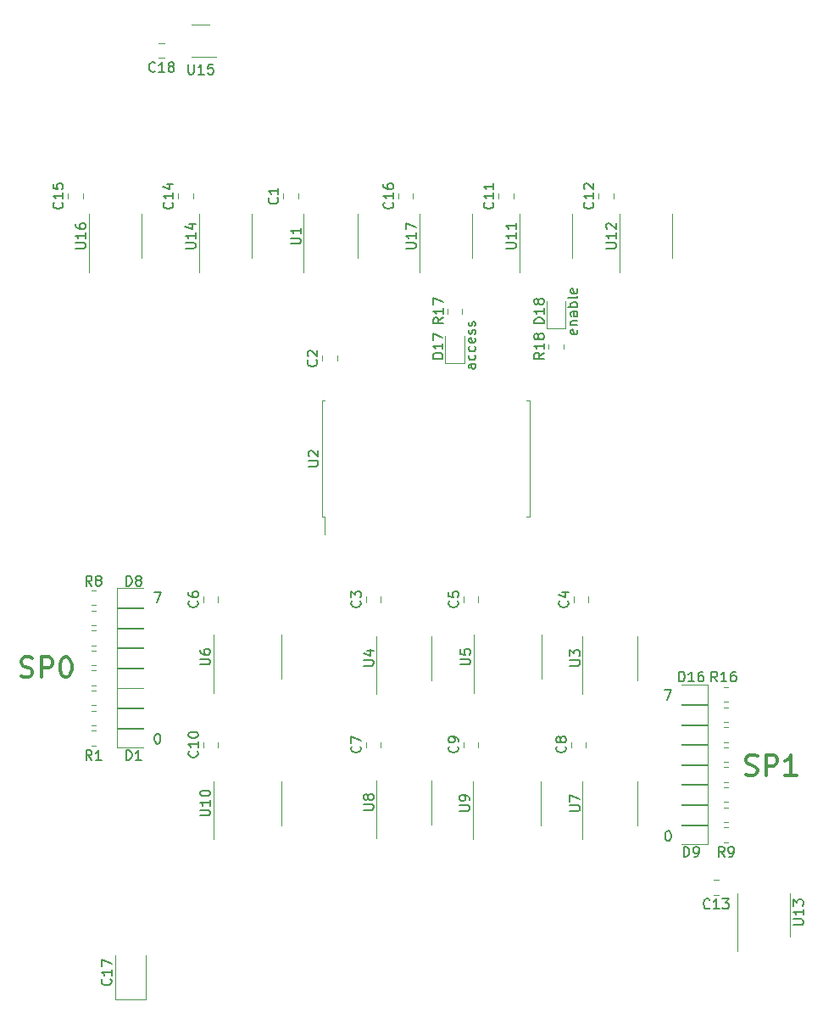
<source format=gbr>
%TF.GenerationSoftware,KiCad,Pcbnew,(5.1.10-1-10_14)*%
%TF.CreationDate,2021-12-06T08:26:31+01:00*%
%TF.ProjectId,stack,73746163-6b2e-46b6-9963-61645f706362,1*%
%TF.SameCoordinates,Original*%
%TF.FileFunction,Legend,Top*%
%TF.FilePolarity,Positive*%
%FSLAX46Y46*%
G04 Gerber Fmt 4.6, Leading zero omitted, Abs format (unit mm)*
G04 Created by KiCad (PCBNEW (5.1.10-1-10_14)) date 2021-12-06 08:26:31*
%MOMM*%
%LPD*%
G01*
G04 APERTURE LIST*
%ADD10C,0.150000*%
%ADD11C,0.300000*%
%ADD12C,0.120000*%
G04 APERTURE END LIST*
D10*
X115104761Y-81857142D02*
X115152380Y-81952380D01*
X115152380Y-82142857D01*
X115104761Y-82238095D01*
X115009523Y-82285714D01*
X114628571Y-82285714D01*
X114533333Y-82238095D01*
X114485714Y-82142857D01*
X114485714Y-81952380D01*
X114533333Y-81857142D01*
X114628571Y-81809523D01*
X114723809Y-81809523D01*
X114819047Y-82285714D01*
X114485714Y-81380952D02*
X115152380Y-81380952D01*
X114580952Y-81380952D02*
X114533333Y-81333333D01*
X114485714Y-81238095D01*
X114485714Y-81095238D01*
X114533333Y-81000000D01*
X114628571Y-80952380D01*
X115152380Y-80952380D01*
X115152380Y-80047619D02*
X114628571Y-80047619D01*
X114533333Y-80095238D01*
X114485714Y-80190476D01*
X114485714Y-80380952D01*
X114533333Y-80476190D01*
X115104761Y-80047619D02*
X115152380Y-80142857D01*
X115152380Y-80380952D01*
X115104761Y-80476190D01*
X115009523Y-80523809D01*
X114914285Y-80523809D01*
X114819047Y-80476190D01*
X114771428Y-80380952D01*
X114771428Y-80142857D01*
X114723809Y-80047619D01*
X115152380Y-79571428D02*
X114152380Y-79571428D01*
X114533333Y-79571428D02*
X114485714Y-79476190D01*
X114485714Y-79285714D01*
X114533333Y-79190476D01*
X114580952Y-79142857D01*
X114676190Y-79095238D01*
X114961904Y-79095238D01*
X115057142Y-79142857D01*
X115104761Y-79190476D01*
X115152380Y-79285714D01*
X115152380Y-79476190D01*
X115104761Y-79571428D01*
X115152380Y-78523809D02*
X115104761Y-78619047D01*
X115009523Y-78666666D01*
X114152380Y-78666666D01*
X115104761Y-77761904D02*
X115152380Y-77857142D01*
X115152380Y-78047619D01*
X115104761Y-78142857D01*
X115009523Y-78190476D01*
X114628571Y-78190476D01*
X114533333Y-78142857D01*
X114485714Y-78047619D01*
X114485714Y-77857142D01*
X114533333Y-77761904D01*
X114628571Y-77714285D01*
X114723809Y-77714285D01*
X114819047Y-78190476D01*
X104952380Y-85280952D02*
X104428571Y-85280952D01*
X104333333Y-85328571D01*
X104285714Y-85423809D01*
X104285714Y-85614285D01*
X104333333Y-85709523D01*
X104904761Y-85280952D02*
X104952380Y-85376190D01*
X104952380Y-85614285D01*
X104904761Y-85709523D01*
X104809523Y-85757142D01*
X104714285Y-85757142D01*
X104619047Y-85709523D01*
X104571428Y-85614285D01*
X104571428Y-85376190D01*
X104523809Y-85280952D01*
X104904761Y-84376190D02*
X104952380Y-84471428D01*
X104952380Y-84661904D01*
X104904761Y-84757142D01*
X104857142Y-84804761D01*
X104761904Y-84852380D01*
X104476190Y-84852380D01*
X104380952Y-84804761D01*
X104333333Y-84757142D01*
X104285714Y-84661904D01*
X104285714Y-84471428D01*
X104333333Y-84376190D01*
X104904761Y-83519047D02*
X104952380Y-83614285D01*
X104952380Y-83804761D01*
X104904761Y-83900000D01*
X104857142Y-83947619D01*
X104761904Y-83995238D01*
X104476190Y-83995238D01*
X104380952Y-83947619D01*
X104333333Y-83900000D01*
X104285714Y-83804761D01*
X104285714Y-83614285D01*
X104333333Y-83519047D01*
X104904761Y-82709523D02*
X104952380Y-82804761D01*
X104952380Y-82995238D01*
X104904761Y-83090476D01*
X104809523Y-83138095D01*
X104428571Y-83138095D01*
X104333333Y-83090476D01*
X104285714Y-82995238D01*
X104285714Y-82804761D01*
X104333333Y-82709523D01*
X104428571Y-82661904D01*
X104523809Y-82661904D01*
X104619047Y-83138095D01*
X104904761Y-82280952D02*
X104952380Y-82185714D01*
X104952380Y-81995238D01*
X104904761Y-81900000D01*
X104809523Y-81852380D01*
X104761904Y-81852380D01*
X104666666Y-81900000D01*
X104619047Y-81995238D01*
X104619047Y-82138095D01*
X104571428Y-82233333D01*
X104476190Y-82280952D01*
X104428571Y-82280952D01*
X104333333Y-82233333D01*
X104285714Y-82138095D01*
X104285714Y-81995238D01*
X104333333Y-81900000D01*
X104904761Y-81471428D02*
X104952380Y-81376190D01*
X104952380Y-81185714D01*
X104904761Y-81090476D01*
X104809523Y-81042857D01*
X104761904Y-81042857D01*
X104666666Y-81090476D01*
X104619047Y-81185714D01*
X104619047Y-81328571D01*
X104571428Y-81423809D01*
X104476190Y-81471428D01*
X104428571Y-81471428D01*
X104333333Y-81423809D01*
X104285714Y-81328571D01*
X104285714Y-81185714D01*
X104333333Y-81090476D01*
X124152380Y-131852380D02*
X124247619Y-131852380D01*
X124342857Y-131900000D01*
X124390476Y-131947619D01*
X124438095Y-132042857D01*
X124485714Y-132233333D01*
X124485714Y-132471428D01*
X124438095Y-132661904D01*
X124390476Y-132757142D01*
X124342857Y-132804761D01*
X124247619Y-132852380D01*
X124152380Y-132852380D01*
X124057142Y-132804761D01*
X124009523Y-132757142D01*
X123961904Y-132661904D01*
X123914285Y-132471428D01*
X123914285Y-132233333D01*
X123961904Y-132042857D01*
X124009523Y-131947619D01*
X124057142Y-131900000D01*
X124152380Y-131852380D01*
X123866666Y-117752380D02*
X124533333Y-117752380D01*
X124104761Y-118752380D01*
X73152380Y-122152380D02*
X73247619Y-122152380D01*
X73342857Y-122200000D01*
X73390476Y-122247619D01*
X73438095Y-122342857D01*
X73485714Y-122533333D01*
X73485714Y-122771428D01*
X73438095Y-122961904D01*
X73390476Y-123057142D01*
X73342857Y-123104761D01*
X73247619Y-123152380D01*
X73152380Y-123152380D01*
X73057142Y-123104761D01*
X73009523Y-123057142D01*
X72961904Y-122961904D01*
X72914285Y-122771428D01*
X72914285Y-122533333D01*
X72961904Y-122342857D01*
X73009523Y-122247619D01*
X73057142Y-122200000D01*
X73152380Y-122152380D01*
X72866666Y-108052380D02*
X73533333Y-108052380D01*
X73104761Y-109052380D01*
D11*
X59576190Y-116409523D02*
X59861904Y-116504761D01*
X60338095Y-116504761D01*
X60528571Y-116409523D01*
X60623809Y-116314285D01*
X60719047Y-116123809D01*
X60719047Y-115933333D01*
X60623809Y-115742857D01*
X60528571Y-115647619D01*
X60338095Y-115552380D01*
X59957142Y-115457142D01*
X59766666Y-115361904D01*
X59671428Y-115266666D01*
X59576190Y-115076190D01*
X59576190Y-114885714D01*
X59671428Y-114695238D01*
X59766666Y-114600000D01*
X59957142Y-114504761D01*
X60433333Y-114504761D01*
X60719047Y-114600000D01*
X61576190Y-116504761D02*
X61576190Y-114504761D01*
X62338095Y-114504761D01*
X62528571Y-114600000D01*
X62623809Y-114695238D01*
X62719047Y-114885714D01*
X62719047Y-115171428D01*
X62623809Y-115361904D01*
X62528571Y-115457142D01*
X62338095Y-115552380D01*
X61576190Y-115552380D01*
X63957142Y-114504761D02*
X64147619Y-114504761D01*
X64338095Y-114600000D01*
X64433333Y-114695238D01*
X64528571Y-114885714D01*
X64623809Y-115266666D01*
X64623809Y-115742857D01*
X64528571Y-116123809D01*
X64433333Y-116314285D01*
X64338095Y-116409523D01*
X64147619Y-116504761D01*
X63957142Y-116504761D01*
X63766666Y-116409523D01*
X63671428Y-116314285D01*
X63576190Y-116123809D01*
X63480952Y-115742857D01*
X63480952Y-115266666D01*
X63576190Y-114885714D01*
X63671428Y-114695238D01*
X63766666Y-114600000D01*
X63957142Y-114504761D01*
X131976190Y-126209523D02*
X132261904Y-126304761D01*
X132738095Y-126304761D01*
X132928571Y-126209523D01*
X133023809Y-126114285D01*
X133119047Y-125923809D01*
X133119047Y-125733333D01*
X133023809Y-125542857D01*
X132928571Y-125447619D01*
X132738095Y-125352380D01*
X132357142Y-125257142D01*
X132166666Y-125161904D01*
X132071428Y-125066666D01*
X131976190Y-124876190D01*
X131976190Y-124685714D01*
X132071428Y-124495238D01*
X132166666Y-124400000D01*
X132357142Y-124304761D01*
X132833333Y-124304761D01*
X133119047Y-124400000D01*
X133976190Y-126304761D02*
X133976190Y-124304761D01*
X134738095Y-124304761D01*
X134928571Y-124400000D01*
X135023809Y-124495238D01*
X135119047Y-124685714D01*
X135119047Y-124971428D01*
X135023809Y-125161904D01*
X134928571Y-125257142D01*
X134738095Y-125352380D01*
X133976190Y-125352380D01*
X137023809Y-126304761D02*
X135880952Y-126304761D01*
X136452380Y-126304761D02*
X136452380Y-124304761D01*
X136261904Y-124590476D01*
X136071428Y-124780952D01*
X135880952Y-124876190D01*
D12*
%TO.C,U2*%
X89915000Y-100462500D02*
X89915000Y-102275000D01*
X89642500Y-100462500D02*
X89915000Y-100462500D01*
X89642500Y-94700000D02*
X89642500Y-100462500D01*
X89642500Y-88937500D02*
X89915000Y-88937500D01*
X89642500Y-94700000D02*
X89642500Y-88937500D01*
X110357500Y-100462500D02*
X110085000Y-100462500D01*
X110357500Y-94700000D02*
X110357500Y-100462500D01*
X110357500Y-88937500D02*
X110085000Y-88937500D01*
X110357500Y-94700000D02*
X110357500Y-88937500D01*
%TO.C,U9*%
X104715000Y-129100000D02*
X104715000Y-132700000D01*
X104715000Y-129100000D02*
X104715000Y-126900000D01*
X111485000Y-129100000D02*
X111485000Y-131300000D01*
X111485000Y-129100000D02*
X111485000Y-126900000D01*
%TO.C,C18*%
X73861252Y-54735000D02*
X73338748Y-54735000D01*
X73861252Y-53265000D02*
X73338748Y-53265000D01*
%TO.C,U17*%
X99390000Y-72500000D02*
X99390000Y-76100000D01*
X99390000Y-72500000D02*
X99390000Y-70300000D01*
X104610000Y-72500000D02*
X104610000Y-74700000D01*
X104610000Y-72500000D02*
X104610000Y-70300000D01*
%TO.C,U16*%
X66390000Y-72500000D02*
X66390000Y-76100000D01*
X66390000Y-72500000D02*
X66390000Y-70300000D01*
X71610000Y-72500000D02*
X71610000Y-74700000D01*
X71610000Y-72500000D02*
X71610000Y-70300000D01*
%TO.C,U15*%
X76600000Y-54610000D02*
X79050000Y-54610000D01*
X78400000Y-51390000D02*
X76600000Y-51390000D01*
%TO.C,U14*%
X77390000Y-72500000D02*
X77390000Y-76100000D01*
X77390000Y-72500000D02*
X77390000Y-70300000D01*
X82610000Y-72500000D02*
X82610000Y-74700000D01*
X82610000Y-72500000D02*
X82610000Y-70300000D01*
%TO.C,U13*%
X131140000Y-140250000D02*
X131140000Y-143850000D01*
X131140000Y-140250000D02*
X131140000Y-138050000D01*
X136360000Y-140250000D02*
X136360000Y-142450000D01*
X136360000Y-140250000D02*
X136360000Y-138050000D01*
%TO.C,U12*%
X119390000Y-72500000D02*
X119390000Y-76100000D01*
X119390000Y-72500000D02*
X119390000Y-70300000D01*
X124610000Y-72500000D02*
X124610000Y-74700000D01*
X124610000Y-72500000D02*
X124610000Y-70300000D01*
%TO.C,U11*%
X109390000Y-72500000D02*
X109390000Y-76100000D01*
X109390000Y-72500000D02*
X109390000Y-70300000D01*
X114610000Y-72500000D02*
X114610000Y-74700000D01*
X114610000Y-72500000D02*
X114610000Y-70300000D01*
%TO.C,U10*%
X78815000Y-129100000D02*
X78815000Y-132700000D01*
X78815000Y-129100000D02*
X78815000Y-126900000D01*
X85585000Y-129100000D02*
X85585000Y-131300000D01*
X85585000Y-129100000D02*
X85585000Y-126900000D01*
%TO.C,U8*%
X95065000Y-129000000D02*
X95065000Y-132600000D01*
X95065000Y-129000000D02*
X95065000Y-126800000D01*
X100535000Y-129000000D02*
X100535000Y-131200000D01*
X100535000Y-129000000D02*
X100535000Y-126800000D01*
%TO.C,U7*%
X115665000Y-129100000D02*
X115665000Y-132700000D01*
X115665000Y-129100000D02*
X115665000Y-126900000D01*
X121135000Y-129100000D02*
X121135000Y-131300000D01*
X121135000Y-129100000D02*
X121135000Y-126900000D01*
%TO.C,U6*%
X78815000Y-114500000D02*
X78815000Y-118100000D01*
X78815000Y-114500000D02*
X78815000Y-112300000D01*
X85585000Y-114500000D02*
X85585000Y-116700000D01*
X85585000Y-114500000D02*
X85585000Y-112300000D01*
%TO.C,U5*%
X104815000Y-114500000D02*
X104815000Y-118100000D01*
X104815000Y-114500000D02*
X104815000Y-112300000D01*
X111585000Y-114500000D02*
X111585000Y-116700000D01*
X111585000Y-114500000D02*
X111585000Y-112300000D01*
%TO.C,U4*%
X95065000Y-114600000D02*
X95065000Y-118200000D01*
X95065000Y-114600000D02*
X95065000Y-112400000D01*
X100535000Y-114600000D02*
X100535000Y-116800000D01*
X100535000Y-114600000D02*
X100535000Y-112400000D01*
%TO.C,U3*%
X115665000Y-114600000D02*
X115665000Y-118200000D01*
X115665000Y-114600000D02*
X115665000Y-112400000D01*
X121135000Y-114600000D02*
X121135000Y-116800000D01*
X121135000Y-114600000D02*
X121135000Y-112400000D01*
%TO.C,U1*%
X87765000Y-72500000D02*
X87765000Y-76100000D01*
X87765000Y-72500000D02*
X87765000Y-70300000D01*
X93235000Y-72500000D02*
X93235000Y-74700000D01*
X93235000Y-72500000D02*
X93235000Y-70300000D01*
%TO.C,R18*%
X113735000Y-83727064D02*
X113735000Y-83272936D01*
X112265000Y-83727064D02*
X112265000Y-83272936D01*
%TO.C,R17*%
X102165000Y-79772936D02*
X102165000Y-80227064D01*
X103635000Y-79772936D02*
X103635000Y-80227064D01*
%TO.C,R16*%
X130227064Y-117515000D02*
X129772936Y-117515000D01*
X130227064Y-118985000D02*
X129772936Y-118985000D01*
%TO.C,R15*%
X130227064Y-119515000D02*
X129772936Y-119515000D01*
X130227064Y-120985000D02*
X129772936Y-120985000D01*
%TO.C,R14*%
X130227064Y-121515000D02*
X129772936Y-121515000D01*
X130227064Y-122985000D02*
X129772936Y-122985000D01*
%TO.C,R13*%
X130227064Y-123515000D02*
X129772936Y-123515000D01*
X130227064Y-124985000D02*
X129772936Y-124985000D01*
%TO.C,R12*%
X130227064Y-125515000D02*
X129772936Y-125515000D01*
X130227064Y-126985000D02*
X129772936Y-126985000D01*
%TO.C,R11*%
X130227064Y-127515000D02*
X129772936Y-127515000D01*
X130227064Y-128985000D02*
X129772936Y-128985000D01*
%TO.C,R10*%
X130227064Y-129515000D02*
X129772936Y-129515000D01*
X130227064Y-130985000D02*
X129772936Y-130985000D01*
%TO.C,R9*%
X130227064Y-131515000D02*
X129772936Y-131515000D01*
X130227064Y-132985000D02*
X129772936Y-132985000D01*
%TO.C,R8*%
X66572936Y-109335000D02*
X67027064Y-109335000D01*
X66572936Y-107865000D02*
X67027064Y-107865000D01*
%TO.C,R7*%
X66572936Y-111335000D02*
X67027064Y-111335000D01*
X66572936Y-109865000D02*
X67027064Y-109865000D01*
%TO.C,R6*%
X66572936Y-113335000D02*
X67027064Y-113335000D01*
X66572936Y-111865000D02*
X67027064Y-111865000D01*
%TO.C,R5*%
X66572936Y-115335000D02*
X67027064Y-115335000D01*
X66572936Y-113865000D02*
X67027064Y-113865000D01*
%TO.C,R4*%
X66572936Y-117335000D02*
X67027064Y-117335000D01*
X66572936Y-115865000D02*
X67027064Y-115865000D01*
%TO.C,R3*%
X66572936Y-119335000D02*
X67027064Y-119335000D01*
X66572936Y-117865000D02*
X67027064Y-117865000D01*
%TO.C,R2*%
X66572936Y-121335000D02*
X67027064Y-121335000D01*
X66572936Y-119865000D02*
X67027064Y-119865000D01*
%TO.C,R1*%
X66572936Y-123335000D02*
X67027064Y-123335000D01*
X66572936Y-121865000D02*
X67027064Y-121865000D01*
%TO.C,D18*%
X113960000Y-81685000D02*
X113960000Y-79000000D01*
X112040000Y-81685000D02*
X113960000Y-81685000D01*
X112040000Y-79000000D02*
X112040000Y-81685000D01*
%TO.C,D17*%
X103860000Y-85185000D02*
X103860000Y-82500000D01*
X101940000Y-85185000D02*
X103860000Y-85185000D01*
X101940000Y-82500000D02*
X101940000Y-85185000D01*
%TO.C,D16*%
X128185000Y-117290000D02*
X125500000Y-117290000D01*
X128185000Y-119210000D02*
X128185000Y-117290000D01*
X125500000Y-119210000D02*
X128185000Y-119210000D01*
%TO.C,D15*%
X128185000Y-119290000D02*
X125500000Y-119290000D01*
X128185000Y-121210000D02*
X128185000Y-119290000D01*
X125500000Y-121210000D02*
X128185000Y-121210000D01*
%TO.C,D14*%
X128185000Y-121290000D02*
X125500000Y-121290000D01*
X128185000Y-123210000D02*
X128185000Y-121290000D01*
X125500000Y-123210000D02*
X128185000Y-123210000D01*
%TO.C,D13*%
X128185000Y-123290000D02*
X125500000Y-123290000D01*
X128185000Y-125210000D02*
X128185000Y-123290000D01*
X125500000Y-125210000D02*
X128185000Y-125210000D01*
%TO.C,D12*%
X128185000Y-125290000D02*
X125500000Y-125290000D01*
X128185000Y-127210000D02*
X128185000Y-125290000D01*
X125500000Y-127210000D02*
X128185000Y-127210000D01*
%TO.C,D11*%
X128185000Y-127290000D02*
X125500000Y-127290000D01*
X128185000Y-129210000D02*
X128185000Y-127290000D01*
X125500000Y-129210000D02*
X128185000Y-129210000D01*
%TO.C,D10*%
X128185000Y-129290000D02*
X125500000Y-129290000D01*
X128185000Y-131210000D02*
X128185000Y-129290000D01*
X125500000Y-131210000D02*
X128185000Y-131210000D01*
%TO.C,D9*%
X128185000Y-131290000D02*
X125500000Y-131290000D01*
X128185000Y-133210000D02*
X128185000Y-131290000D01*
X125500000Y-133210000D02*
X128185000Y-133210000D01*
%TO.C,D8*%
X69115000Y-109560000D02*
X71800000Y-109560000D01*
X69115000Y-107640000D02*
X69115000Y-109560000D01*
X71800000Y-107640000D02*
X69115000Y-107640000D01*
%TO.C,D7*%
X69115000Y-111560000D02*
X71800000Y-111560000D01*
X69115000Y-109640000D02*
X69115000Y-111560000D01*
X71800000Y-109640000D02*
X69115000Y-109640000D01*
%TO.C,D6*%
X69115000Y-113560000D02*
X71800000Y-113560000D01*
X69115000Y-111640000D02*
X69115000Y-113560000D01*
X71800000Y-111640000D02*
X69115000Y-111640000D01*
%TO.C,D5*%
X69115000Y-115560000D02*
X71800000Y-115560000D01*
X69115000Y-113640000D02*
X69115000Y-115560000D01*
X71800000Y-113640000D02*
X69115000Y-113640000D01*
%TO.C,D4*%
X69115000Y-117560000D02*
X71800000Y-117560000D01*
X69115000Y-115640000D02*
X69115000Y-117560000D01*
X71800000Y-115640000D02*
X69115000Y-115640000D01*
%TO.C,D3*%
X69115000Y-119560000D02*
X71800000Y-119560000D01*
X69115000Y-117640000D02*
X69115000Y-119560000D01*
X71800000Y-117640000D02*
X69115000Y-117640000D01*
%TO.C,D2*%
X69115000Y-121560000D02*
X71800000Y-121560000D01*
X69115000Y-119640000D02*
X69115000Y-121560000D01*
X71800000Y-119640000D02*
X69115000Y-119640000D01*
%TO.C,D1*%
X69115000Y-123560000D02*
X71800000Y-123560000D01*
X69115000Y-121640000D02*
X69115000Y-123560000D01*
X71800000Y-121640000D02*
X69115000Y-121640000D01*
%TO.C,C17*%
X72010000Y-148635000D02*
X72010000Y-144250000D01*
X68990000Y-148635000D02*
X72010000Y-148635000D01*
X68990000Y-144250000D02*
X68990000Y-148635000D01*
%TO.C,C16*%
X98735000Y-68761252D02*
X98735000Y-68238748D01*
X97265000Y-68761252D02*
X97265000Y-68238748D01*
%TO.C,C15*%
X65735000Y-68761252D02*
X65735000Y-68238748D01*
X64265000Y-68761252D02*
X64265000Y-68238748D01*
%TO.C,C14*%
X76735000Y-68761252D02*
X76735000Y-68238748D01*
X75265000Y-68761252D02*
X75265000Y-68238748D01*
%TO.C,C13*%
X129261252Y-136765000D02*
X128738748Y-136765000D01*
X129261252Y-138235000D02*
X128738748Y-138235000D01*
%TO.C,C12*%
X118735000Y-68761252D02*
X118735000Y-68238748D01*
X117265000Y-68761252D02*
X117265000Y-68238748D01*
%TO.C,C11*%
X108735000Y-68761252D02*
X108735000Y-68238748D01*
X107265000Y-68761252D02*
X107265000Y-68238748D01*
%TO.C,C10*%
X79235000Y-123511252D02*
X79235000Y-122988748D01*
X77765000Y-123511252D02*
X77765000Y-122988748D01*
%TO.C,C9*%
X105235000Y-123511252D02*
X105235000Y-122988748D01*
X103765000Y-123511252D02*
X103765000Y-122988748D01*
%TO.C,C8*%
X115985000Y-123511252D02*
X115985000Y-122988748D01*
X114515000Y-123511252D02*
X114515000Y-122988748D01*
%TO.C,C7*%
X95485000Y-123511252D02*
X95485000Y-122988748D01*
X94015000Y-123511252D02*
X94015000Y-122988748D01*
%TO.C,C6*%
X79235000Y-109011252D02*
X79235000Y-108488748D01*
X77765000Y-109011252D02*
X77765000Y-108488748D01*
%TO.C,C5*%
X105235000Y-109011252D02*
X105235000Y-108488748D01*
X103765000Y-109011252D02*
X103765000Y-108488748D01*
%TO.C,C4*%
X116235000Y-109011252D02*
X116235000Y-108488748D01*
X114765000Y-109011252D02*
X114765000Y-108488748D01*
%TO.C,C3*%
X95485000Y-109011252D02*
X95485000Y-108488748D01*
X94015000Y-109011252D02*
X94015000Y-108488748D01*
%TO.C,C2*%
X91135000Y-84961252D02*
X91135000Y-84438748D01*
X89665000Y-84961252D02*
X89665000Y-84438748D01*
%TO.C,C1*%
X87235000Y-68761252D02*
X87235000Y-68238748D01*
X85765000Y-68761252D02*
X85765000Y-68238748D01*
%TO.C,U2*%
D10*
X88252380Y-95461904D02*
X89061904Y-95461904D01*
X89157142Y-95414285D01*
X89204761Y-95366666D01*
X89252380Y-95271428D01*
X89252380Y-95080952D01*
X89204761Y-94985714D01*
X89157142Y-94938095D01*
X89061904Y-94890476D01*
X88252380Y-94890476D01*
X88347619Y-94461904D02*
X88300000Y-94414285D01*
X88252380Y-94319047D01*
X88252380Y-94080952D01*
X88300000Y-93985714D01*
X88347619Y-93938095D01*
X88442857Y-93890476D01*
X88538095Y-93890476D01*
X88680952Y-93938095D01*
X89252380Y-94509523D01*
X89252380Y-93890476D01*
%TO.C,U9*%
X103352380Y-129861904D02*
X104161904Y-129861904D01*
X104257142Y-129814285D01*
X104304761Y-129766666D01*
X104352380Y-129671428D01*
X104352380Y-129480952D01*
X104304761Y-129385714D01*
X104257142Y-129338095D01*
X104161904Y-129290476D01*
X103352380Y-129290476D01*
X104352380Y-128766666D02*
X104352380Y-128576190D01*
X104304761Y-128480952D01*
X104257142Y-128433333D01*
X104114285Y-128338095D01*
X103923809Y-128290476D01*
X103542857Y-128290476D01*
X103447619Y-128338095D01*
X103400000Y-128385714D01*
X103352380Y-128480952D01*
X103352380Y-128671428D01*
X103400000Y-128766666D01*
X103447619Y-128814285D01*
X103542857Y-128861904D01*
X103780952Y-128861904D01*
X103876190Y-128814285D01*
X103923809Y-128766666D01*
X103971428Y-128671428D01*
X103971428Y-128480952D01*
X103923809Y-128385714D01*
X103876190Y-128338095D01*
X103780952Y-128290476D01*
%TO.C,C18*%
X72957142Y-56037142D02*
X72909523Y-56084761D01*
X72766666Y-56132380D01*
X72671428Y-56132380D01*
X72528571Y-56084761D01*
X72433333Y-55989523D01*
X72385714Y-55894285D01*
X72338095Y-55703809D01*
X72338095Y-55560952D01*
X72385714Y-55370476D01*
X72433333Y-55275238D01*
X72528571Y-55180000D01*
X72671428Y-55132380D01*
X72766666Y-55132380D01*
X72909523Y-55180000D01*
X72957142Y-55227619D01*
X73909523Y-56132380D02*
X73338095Y-56132380D01*
X73623809Y-56132380D02*
X73623809Y-55132380D01*
X73528571Y-55275238D01*
X73433333Y-55370476D01*
X73338095Y-55418095D01*
X74480952Y-55560952D02*
X74385714Y-55513333D01*
X74338095Y-55465714D01*
X74290476Y-55370476D01*
X74290476Y-55322857D01*
X74338095Y-55227619D01*
X74385714Y-55180000D01*
X74480952Y-55132380D01*
X74671428Y-55132380D01*
X74766666Y-55180000D01*
X74814285Y-55227619D01*
X74861904Y-55322857D01*
X74861904Y-55370476D01*
X74814285Y-55465714D01*
X74766666Y-55513333D01*
X74671428Y-55560952D01*
X74480952Y-55560952D01*
X74385714Y-55608571D01*
X74338095Y-55656190D01*
X74290476Y-55751428D01*
X74290476Y-55941904D01*
X74338095Y-56037142D01*
X74385714Y-56084761D01*
X74480952Y-56132380D01*
X74671428Y-56132380D01*
X74766666Y-56084761D01*
X74814285Y-56037142D01*
X74861904Y-55941904D01*
X74861904Y-55751428D01*
X74814285Y-55656190D01*
X74766666Y-55608571D01*
X74671428Y-55560952D01*
%TO.C,U17*%
X98002380Y-73738095D02*
X98811904Y-73738095D01*
X98907142Y-73690476D01*
X98954761Y-73642857D01*
X99002380Y-73547619D01*
X99002380Y-73357142D01*
X98954761Y-73261904D01*
X98907142Y-73214285D01*
X98811904Y-73166666D01*
X98002380Y-73166666D01*
X99002380Y-72166666D02*
X99002380Y-72738095D01*
X99002380Y-72452380D02*
X98002380Y-72452380D01*
X98145238Y-72547619D01*
X98240476Y-72642857D01*
X98288095Y-72738095D01*
X98002380Y-71833333D02*
X98002380Y-71166666D01*
X99002380Y-71595238D01*
%TO.C,U16*%
X65002380Y-73738095D02*
X65811904Y-73738095D01*
X65907142Y-73690476D01*
X65954761Y-73642857D01*
X66002380Y-73547619D01*
X66002380Y-73357142D01*
X65954761Y-73261904D01*
X65907142Y-73214285D01*
X65811904Y-73166666D01*
X65002380Y-73166666D01*
X66002380Y-72166666D02*
X66002380Y-72738095D01*
X66002380Y-72452380D02*
X65002380Y-72452380D01*
X65145238Y-72547619D01*
X65240476Y-72642857D01*
X65288095Y-72738095D01*
X65002380Y-71309523D02*
X65002380Y-71500000D01*
X65050000Y-71595238D01*
X65097619Y-71642857D01*
X65240476Y-71738095D01*
X65430952Y-71785714D01*
X65811904Y-71785714D01*
X65907142Y-71738095D01*
X65954761Y-71690476D01*
X66002380Y-71595238D01*
X66002380Y-71404761D01*
X65954761Y-71309523D01*
X65907142Y-71261904D01*
X65811904Y-71214285D01*
X65573809Y-71214285D01*
X65478571Y-71261904D01*
X65430952Y-71309523D01*
X65383333Y-71404761D01*
X65383333Y-71595238D01*
X65430952Y-71690476D01*
X65478571Y-71738095D01*
X65573809Y-71785714D01*
%TO.C,U15*%
X76261904Y-55352380D02*
X76261904Y-56161904D01*
X76309523Y-56257142D01*
X76357142Y-56304761D01*
X76452380Y-56352380D01*
X76642857Y-56352380D01*
X76738095Y-56304761D01*
X76785714Y-56257142D01*
X76833333Y-56161904D01*
X76833333Y-55352380D01*
X77833333Y-56352380D02*
X77261904Y-56352380D01*
X77547619Y-56352380D02*
X77547619Y-55352380D01*
X77452380Y-55495238D01*
X77357142Y-55590476D01*
X77261904Y-55638095D01*
X78738095Y-55352380D02*
X78261904Y-55352380D01*
X78214285Y-55828571D01*
X78261904Y-55780952D01*
X78357142Y-55733333D01*
X78595238Y-55733333D01*
X78690476Y-55780952D01*
X78738095Y-55828571D01*
X78785714Y-55923809D01*
X78785714Y-56161904D01*
X78738095Y-56257142D01*
X78690476Y-56304761D01*
X78595238Y-56352380D01*
X78357142Y-56352380D01*
X78261904Y-56304761D01*
X78214285Y-56257142D01*
%TO.C,U14*%
X76002380Y-73738095D02*
X76811904Y-73738095D01*
X76907142Y-73690476D01*
X76954761Y-73642857D01*
X77002380Y-73547619D01*
X77002380Y-73357142D01*
X76954761Y-73261904D01*
X76907142Y-73214285D01*
X76811904Y-73166666D01*
X76002380Y-73166666D01*
X77002380Y-72166666D02*
X77002380Y-72738095D01*
X77002380Y-72452380D02*
X76002380Y-72452380D01*
X76145238Y-72547619D01*
X76240476Y-72642857D01*
X76288095Y-72738095D01*
X76335714Y-71309523D02*
X77002380Y-71309523D01*
X75954761Y-71547619D02*
X76669047Y-71785714D01*
X76669047Y-71166666D01*
%TO.C,U13*%
X136702380Y-141238095D02*
X137511904Y-141238095D01*
X137607142Y-141190476D01*
X137654761Y-141142857D01*
X137702380Y-141047619D01*
X137702380Y-140857142D01*
X137654761Y-140761904D01*
X137607142Y-140714285D01*
X137511904Y-140666666D01*
X136702380Y-140666666D01*
X137702380Y-139666666D02*
X137702380Y-140238095D01*
X137702380Y-139952380D02*
X136702380Y-139952380D01*
X136845238Y-140047619D01*
X136940476Y-140142857D01*
X136988095Y-140238095D01*
X136702380Y-139333333D02*
X136702380Y-138714285D01*
X137083333Y-139047619D01*
X137083333Y-138904761D01*
X137130952Y-138809523D01*
X137178571Y-138761904D01*
X137273809Y-138714285D01*
X137511904Y-138714285D01*
X137607142Y-138761904D01*
X137654761Y-138809523D01*
X137702380Y-138904761D01*
X137702380Y-139190476D01*
X137654761Y-139285714D01*
X137607142Y-139333333D01*
%TO.C,U12*%
X118002380Y-73738095D02*
X118811904Y-73738095D01*
X118907142Y-73690476D01*
X118954761Y-73642857D01*
X119002380Y-73547619D01*
X119002380Y-73357142D01*
X118954761Y-73261904D01*
X118907142Y-73214285D01*
X118811904Y-73166666D01*
X118002380Y-73166666D01*
X119002380Y-72166666D02*
X119002380Y-72738095D01*
X119002380Y-72452380D02*
X118002380Y-72452380D01*
X118145238Y-72547619D01*
X118240476Y-72642857D01*
X118288095Y-72738095D01*
X118097619Y-71785714D02*
X118050000Y-71738095D01*
X118002380Y-71642857D01*
X118002380Y-71404761D01*
X118050000Y-71309523D01*
X118097619Y-71261904D01*
X118192857Y-71214285D01*
X118288095Y-71214285D01*
X118430952Y-71261904D01*
X119002380Y-71833333D01*
X119002380Y-71214285D01*
%TO.C,U11*%
X108002380Y-73738095D02*
X108811904Y-73738095D01*
X108907142Y-73690476D01*
X108954761Y-73642857D01*
X109002380Y-73547619D01*
X109002380Y-73357142D01*
X108954761Y-73261904D01*
X108907142Y-73214285D01*
X108811904Y-73166666D01*
X108002380Y-73166666D01*
X109002380Y-72166666D02*
X109002380Y-72738095D01*
X109002380Y-72452380D02*
X108002380Y-72452380D01*
X108145238Y-72547619D01*
X108240476Y-72642857D01*
X108288095Y-72738095D01*
X109002380Y-71214285D02*
X109002380Y-71785714D01*
X109002380Y-71500000D02*
X108002380Y-71500000D01*
X108145238Y-71595238D01*
X108240476Y-71690476D01*
X108288095Y-71785714D01*
%TO.C,U10*%
X77452380Y-130338095D02*
X78261904Y-130338095D01*
X78357142Y-130290476D01*
X78404761Y-130242857D01*
X78452380Y-130147619D01*
X78452380Y-129957142D01*
X78404761Y-129861904D01*
X78357142Y-129814285D01*
X78261904Y-129766666D01*
X77452380Y-129766666D01*
X78452380Y-128766666D02*
X78452380Y-129338095D01*
X78452380Y-129052380D02*
X77452380Y-129052380D01*
X77595238Y-129147619D01*
X77690476Y-129242857D01*
X77738095Y-129338095D01*
X77452380Y-128147619D02*
X77452380Y-128052380D01*
X77500000Y-127957142D01*
X77547619Y-127909523D01*
X77642857Y-127861904D01*
X77833333Y-127814285D01*
X78071428Y-127814285D01*
X78261904Y-127861904D01*
X78357142Y-127909523D01*
X78404761Y-127957142D01*
X78452380Y-128052380D01*
X78452380Y-128147619D01*
X78404761Y-128242857D01*
X78357142Y-128290476D01*
X78261904Y-128338095D01*
X78071428Y-128385714D01*
X77833333Y-128385714D01*
X77642857Y-128338095D01*
X77547619Y-128290476D01*
X77500000Y-128242857D01*
X77452380Y-128147619D01*
%TO.C,U8*%
X93802380Y-129761904D02*
X94611904Y-129761904D01*
X94707142Y-129714285D01*
X94754761Y-129666666D01*
X94802380Y-129571428D01*
X94802380Y-129380952D01*
X94754761Y-129285714D01*
X94707142Y-129238095D01*
X94611904Y-129190476D01*
X93802380Y-129190476D01*
X94230952Y-128571428D02*
X94183333Y-128666666D01*
X94135714Y-128714285D01*
X94040476Y-128761904D01*
X93992857Y-128761904D01*
X93897619Y-128714285D01*
X93850000Y-128666666D01*
X93802380Y-128571428D01*
X93802380Y-128380952D01*
X93850000Y-128285714D01*
X93897619Y-128238095D01*
X93992857Y-128190476D01*
X94040476Y-128190476D01*
X94135714Y-128238095D01*
X94183333Y-128285714D01*
X94230952Y-128380952D01*
X94230952Y-128571428D01*
X94278571Y-128666666D01*
X94326190Y-128714285D01*
X94421428Y-128761904D01*
X94611904Y-128761904D01*
X94707142Y-128714285D01*
X94754761Y-128666666D01*
X94802380Y-128571428D01*
X94802380Y-128380952D01*
X94754761Y-128285714D01*
X94707142Y-128238095D01*
X94611904Y-128190476D01*
X94421428Y-128190476D01*
X94326190Y-128238095D01*
X94278571Y-128285714D01*
X94230952Y-128380952D01*
%TO.C,U7*%
X114402380Y-129861904D02*
X115211904Y-129861904D01*
X115307142Y-129814285D01*
X115354761Y-129766666D01*
X115402380Y-129671428D01*
X115402380Y-129480952D01*
X115354761Y-129385714D01*
X115307142Y-129338095D01*
X115211904Y-129290476D01*
X114402380Y-129290476D01*
X114402380Y-128909523D02*
X114402380Y-128242857D01*
X115402380Y-128671428D01*
%TO.C,U6*%
X77452380Y-115261904D02*
X78261904Y-115261904D01*
X78357142Y-115214285D01*
X78404761Y-115166666D01*
X78452380Y-115071428D01*
X78452380Y-114880952D01*
X78404761Y-114785714D01*
X78357142Y-114738095D01*
X78261904Y-114690476D01*
X77452380Y-114690476D01*
X77452380Y-113785714D02*
X77452380Y-113976190D01*
X77500000Y-114071428D01*
X77547619Y-114119047D01*
X77690476Y-114214285D01*
X77880952Y-114261904D01*
X78261904Y-114261904D01*
X78357142Y-114214285D01*
X78404761Y-114166666D01*
X78452380Y-114071428D01*
X78452380Y-113880952D01*
X78404761Y-113785714D01*
X78357142Y-113738095D01*
X78261904Y-113690476D01*
X78023809Y-113690476D01*
X77928571Y-113738095D01*
X77880952Y-113785714D01*
X77833333Y-113880952D01*
X77833333Y-114071428D01*
X77880952Y-114166666D01*
X77928571Y-114214285D01*
X78023809Y-114261904D01*
%TO.C,U5*%
X103452380Y-115261904D02*
X104261904Y-115261904D01*
X104357142Y-115214285D01*
X104404761Y-115166666D01*
X104452380Y-115071428D01*
X104452380Y-114880952D01*
X104404761Y-114785714D01*
X104357142Y-114738095D01*
X104261904Y-114690476D01*
X103452380Y-114690476D01*
X103452380Y-113738095D02*
X103452380Y-114214285D01*
X103928571Y-114261904D01*
X103880952Y-114214285D01*
X103833333Y-114119047D01*
X103833333Y-113880952D01*
X103880952Y-113785714D01*
X103928571Y-113738095D01*
X104023809Y-113690476D01*
X104261904Y-113690476D01*
X104357142Y-113738095D01*
X104404761Y-113785714D01*
X104452380Y-113880952D01*
X104452380Y-114119047D01*
X104404761Y-114214285D01*
X104357142Y-114261904D01*
%TO.C,U4*%
X93802380Y-115361904D02*
X94611904Y-115361904D01*
X94707142Y-115314285D01*
X94754761Y-115266666D01*
X94802380Y-115171428D01*
X94802380Y-114980952D01*
X94754761Y-114885714D01*
X94707142Y-114838095D01*
X94611904Y-114790476D01*
X93802380Y-114790476D01*
X94135714Y-113885714D02*
X94802380Y-113885714D01*
X93754761Y-114123809D02*
X94469047Y-114361904D01*
X94469047Y-113742857D01*
%TO.C,U3*%
X114402380Y-115361904D02*
X115211904Y-115361904D01*
X115307142Y-115314285D01*
X115354761Y-115266666D01*
X115402380Y-115171428D01*
X115402380Y-114980952D01*
X115354761Y-114885714D01*
X115307142Y-114838095D01*
X115211904Y-114790476D01*
X114402380Y-114790476D01*
X114402380Y-114409523D02*
X114402380Y-113790476D01*
X114783333Y-114123809D01*
X114783333Y-113980952D01*
X114830952Y-113885714D01*
X114878571Y-113838095D01*
X114973809Y-113790476D01*
X115211904Y-113790476D01*
X115307142Y-113838095D01*
X115354761Y-113885714D01*
X115402380Y-113980952D01*
X115402380Y-114266666D01*
X115354761Y-114361904D01*
X115307142Y-114409523D01*
%TO.C,U1*%
X86502380Y-73261904D02*
X87311904Y-73261904D01*
X87407142Y-73214285D01*
X87454761Y-73166666D01*
X87502380Y-73071428D01*
X87502380Y-72880952D01*
X87454761Y-72785714D01*
X87407142Y-72738095D01*
X87311904Y-72690476D01*
X86502380Y-72690476D01*
X87502380Y-71690476D02*
X87502380Y-72261904D01*
X87502380Y-71976190D02*
X86502380Y-71976190D01*
X86645238Y-72071428D01*
X86740476Y-72166666D01*
X86788095Y-72261904D01*
%TO.C,R18*%
X111802380Y-84142857D02*
X111326190Y-84476190D01*
X111802380Y-84714285D02*
X110802380Y-84714285D01*
X110802380Y-84333333D01*
X110850000Y-84238095D01*
X110897619Y-84190476D01*
X110992857Y-84142857D01*
X111135714Y-84142857D01*
X111230952Y-84190476D01*
X111278571Y-84238095D01*
X111326190Y-84333333D01*
X111326190Y-84714285D01*
X111802380Y-83190476D02*
X111802380Y-83761904D01*
X111802380Y-83476190D02*
X110802380Y-83476190D01*
X110945238Y-83571428D01*
X111040476Y-83666666D01*
X111088095Y-83761904D01*
X111230952Y-82619047D02*
X111183333Y-82714285D01*
X111135714Y-82761904D01*
X111040476Y-82809523D01*
X110992857Y-82809523D01*
X110897619Y-82761904D01*
X110850000Y-82714285D01*
X110802380Y-82619047D01*
X110802380Y-82428571D01*
X110850000Y-82333333D01*
X110897619Y-82285714D01*
X110992857Y-82238095D01*
X111040476Y-82238095D01*
X111135714Y-82285714D01*
X111183333Y-82333333D01*
X111230952Y-82428571D01*
X111230952Y-82619047D01*
X111278571Y-82714285D01*
X111326190Y-82761904D01*
X111421428Y-82809523D01*
X111611904Y-82809523D01*
X111707142Y-82761904D01*
X111754761Y-82714285D01*
X111802380Y-82619047D01*
X111802380Y-82428571D01*
X111754761Y-82333333D01*
X111707142Y-82285714D01*
X111611904Y-82238095D01*
X111421428Y-82238095D01*
X111326190Y-82285714D01*
X111278571Y-82333333D01*
X111230952Y-82428571D01*
%TO.C,R17*%
X101752380Y-80642857D02*
X101276190Y-80976190D01*
X101752380Y-81214285D02*
X100752380Y-81214285D01*
X100752380Y-80833333D01*
X100800000Y-80738095D01*
X100847619Y-80690476D01*
X100942857Y-80642857D01*
X101085714Y-80642857D01*
X101180952Y-80690476D01*
X101228571Y-80738095D01*
X101276190Y-80833333D01*
X101276190Y-81214285D01*
X101752380Y-79690476D02*
X101752380Y-80261904D01*
X101752380Y-79976190D02*
X100752380Y-79976190D01*
X100895238Y-80071428D01*
X100990476Y-80166666D01*
X101038095Y-80261904D01*
X100752380Y-79357142D02*
X100752380Y-78690476D01*
X101752380Y-79119047D01*
%TO.C,R16*%
X129107142Y-116952380D02*
X128773809Y-116476190D01*
X128535714Y-116952380D02*
X128535714Y-115952380D01*
X128916666Y-115952380D01*
X129011904Y-116000000D01*
X129059523Y-116047619D01*
X129107142Y-116142857D01*
X129107142Y-116285714D01*
X129059523Y-116380952D01*
X129011904Y-116428571D01*
X128916666Y-116476190D01*
X128535714Y-116476190D01*
X130059523Y-116952380D02*
X129488095Y-116952380D01*
X129773809Y-116952380D02*
X129773809Y-115952380D01*
X129678571Y-116095238D01*
X129583333Y-116190476D01*
X129488095Y-116238095D01*
X130916666Y-115952380D02*
X130726190Y-115952380D01*
X130630952Y-116000000D01*
X130583333Y-116047619D01*
X130488095Y-116190476D01*
X130440476Y-116380952D01*
X130440476Y-116761904D01*
X130488095Y-116857142D01*
X130535714Y-116904761D01*
X130630952Y-116952380D01*
X130821428Y-116952380D01*
X130916666Y-116904761D01*
X130964285Y-116857142D01*
X131011904Y-116761904D01*
X131011904Y-116523809D01*
X130964285Y-116428571D01*
X130916666Y-116380952D01*
X130821428Y-116333333D01*
X130630952Y-116333333D01*
X130535714Y-116380952D01*
X130488095Y-116428571D01*
X130440476Y-116523809D01*
%TO.C,R9*%
X129833333Y-134452380D02*
X129500000Y-133976190D01*
X129261904Y-134452380D02*
X129261904Y-133452380D01*
X129642857Y-133452380D01*
X129738095Y-133500000D01*
X129785714Y-133547619D01*
X129833333Y-133642857D01*
X129833333Y-133785714D01*
X129785714Y-133880952D01*
X129738095Y-133928571D01*
X129642857Y-133976190D01*
X129261904Y-133976190D01*
X130309523Y-134452380D02*
X130500000Y-134452380D01*
X130595238Y-134404761D01*
X130642857Y-134357142D01*
X130738095Y-134214285D01*
X130785714Y-134023809D01*
X130785714Y-133642857D01*
X130738095Y-133547619D01*
X130690476Y-133500000D01*
X130595238Y-133452380D01*
X130404761Y-133452380D01*
X130309523Y-133500000D01*
X130261904Y-133547619D01*
X130214285Y-133642857D01*
X130214285Y-133880952D01*
X130261904Y-133976190D01*
X130309523Y-134023809D01*
X130404761Y-134071428D01*
X130595238Y-134071428D01*
X130690476Y-134023809D01*
X130738095Y-133976190D01*
X130785714Y-133880952D01*
%TO.C,R8*%
X66633333Y-107402380D02*
X66300000Y-106926190D01*
X66061904Y-107402380D02*
X66061904Y-106402380D01*
X66442857Y-106402380D01*
X66538095Y-106450000D01*
X66585714Y-106497619D01*
X66633333Y-106592857D01*
X66633333Y-106735714D01*
X66585714Y-106830952D01*
X66538095Y-106878571D01*
X66442857Y-106926190D01*
X66061904Y-106926190D01*
X67204761Y-106830952D02*
X67109523Y-106783333D01*
X67061904Y-106735714D01*
X67014285Y-106640476D01*
X67014285Y-106592857D01*
X67061904Y-106497619D01*
X67109523Y-106450000D01*
X67204761Y-106402380D01*
X67395238Y-106402380D01*
X67490476Y-106450000D01*
X67538095Y-106497619D01*
X67585714Y-106592857D01*
X67585714Y-106640476D01*
X67538095Y-106735714D01*
X67490476Y-106783333D01*
X67395238Y-106830952D01*
X67204761Y-106830952D01*
X67109523Y-106878571D01*
X67061904Y-106926190D01*
X67014285Y-107021428D01*
X67014285Y-107211904D01*
X67061904Y-107307142D01*
X67109523Y-107354761D01*
X67204761Y-107402380D01*
X67395238Y-107402380D01*
X67490476Y-107354761D01*
X67538095Y-107307142D01*
X67585714Y-107211904D01*
X67585714Y-107021428D01*
X67538095Y-106926190D01*
X67490476Y-106878571D01*
X67395238Y-106830952D01*
%TO.C,R1*%
X66633333Y-124802380D02*
X66300000Y-124326190D01*
X66061904Y-124802380D02*
X66061904Y-123802380D01*
X66442857Y-123802380D01*
X66538095Y-123850000D01*
X66585714Y-123897619D01*
X66633333Y-123992857D01*
X66633333Y-124135714D01*
X66585714Y-124230952D01*
X66538095Y-124278571D01*
X66442857Y-124326190D01*
X66061904Y-124326190D01*
X67585714Y-124802380D02*
X67014285Y-124802380D01*
X67300000Y-124802380D02*
X67300000Y-123802380D01*
X67204761Y-123945238D01*
X67109523Y-124040476D01*
X67014285Y-124088095D01*
%TO.C,D18*%
X111802380Y-81214285D02*
X110802380Y-81214285D01*
X110802380Y-80976190D01*
X110850000Y-80833333D01*
X110945238Y-80738095D01*
X111040476Y-80690476D01*
X111230952Y-80642857D01*
X111373809Y-80642857D01*
X111564285Y-80690476D01*
X111659523Y-80738095D01*
X111754761Y-80833333D01*
X111802380Y-80976190D01*
X111802380Y-81214285D01*
X111802380Y-79690476D02*
X111802380Y-80261904D01*
X111802380Y-79976190D02*
X110802380Y-79976190D01*
X110945238Y-80071428D01*
X111040476Y-80166666D01*
X111088095Y-80261904D01*
X111230952Y-79119047D02*
X111183333Y-79214285D01*
X111135714Y-79261904D01*
X111040476Y-79309523D01*
X110992857Y-79309523D01*
X110897619Y-79261904D01*
X110850000Y-79214285D01*
X110802380Y-79119047D01*
X110802380Y-78928571D01*
X110850000Y-78833333D01*
X110897619Y-78785714D01*
X110992857Y-78738095D01*
X111040476Y-78738095D01*
X111135714Y-78785714D01*
X111183333Y-78833333D01*
X111230952Y-78928571D01*
X111230952Y-79119047D01*
X111278571Y-79214285D01*
X111326190Y-79261904D01*
X111421428Y-79309523D01*
X111611904Y-79309523D01*
X111707142Y-79261904D01*
X111754761Y-79214285D01*
X111802380Y-79119047D01*
X111802380Y-78928571D01*
X111754761Y-78833333D01*
X111707142Y-78785714D01*
X111611904Y-78738095D01*
X111421428Y-78738095D01*
X111326190Y-78785714D01*
X111278571Y-78833333D01*
X111230952Y-78928571D01*
%TO.C,D17*%
X101702380Y-84714285D02*
X100702380Y-84714285D01*
X100702380Y-84476190D01*
X100750000Y-84333333D01*
X100845238Y-84238095D01*
X100940476Y-84190476D01*
X101130952Y-84142857D01*
X101273809Y-84142857D01*
X101464285Y-84190476D01*
X101559523Y-84238095D01*
X101654761Y-84333333D01*
X101702380Y-84476190D01*
X101702380Y-84714285D01*
X101702380Y-83190476D02*
X101702380Y-83761904D01*
X101702380Y-83476190D02*
X100702380Y-83476190D01*
X100845238Y-83571428D01*
X100940476Y-83666666D01*
X100988095Y-83761904D01*
X100702380Y-82857142D02*
X100702380Y-82190476D01*
X101702380Y-82619047D01*
%TO.C,D16*%
X125285714Y-116952380D02*
X125285714Y-115952380D01*
X125523809Y-115952380D01*
X125666666Y-116000000D01*
X125761904Y-116095238D01*
X125809523Y-116190476D01*
X125857142Y-116380952D01*
X125857142Y-116523809D01*
X125809523Y-116714285D01*
X125761904Y-116809523D01*
X125666666Y-116904761D01*
X125523809Y-116952380D01*
X125285714Y-116952380D01*
X126809523Y-116952380D02*
X126238095Y-116952380D01*
X126523809Y-116952380D02*
X126523809Y-115952380D01*
X126428571Y-116095238D01*
X126333333Y-116190476D01*
X126238095Y-116238095D01*
X127666666Y-115952380D02*
X127476190Y-115952380D01*
X127380952Y-116000000D01*
X127333333Y-116047619D01*
X127238095Y-116190476D01*
X127190476Y-116380952D01*
X127190476Y-116761904D01*
X127238095Y-116857142D01*
X127285714Y-116904761D01*
X127380952Y-116952380D01*
X127571428Y-116952380D01*
X127666666Y-116904761D01*
X127714285Y-116857142D01*
X127761904Y-116761904D01*
X127761904Y-116523809D01*
X127714285Y-116428571D01*
X127666666Y-116380952D01*
X127571428Y-116333333D01*
X127380952Y-116333333D01*
X127285714Y-116380952D01*
X127238095Y-116428571D01*
X127190476Y-116523809D01*
%TO.C,D9*%
X125761904Y-134452380D02*
X125761904Y-133452380D01*
X126000000Y-133452380D01*
X126142857Y-133500000D01*
X126238095Y-133595238D01*
X126285714Y-133690476D01*
X126333333Y-133880952D01*
X126333333Y-134023809D01*
X126285714Y-134214285D01*
X126238095Y-134309523D01*
X126142857Y-134404761D01*
X126000000Y-134452380D01*
X125761904Y-134452380D01*
X126809523Y-134452380D02*
X127000000Y-134452380D01*
X127095238Y-134404761D01*
X127142857Y-134357142D01*
X127238095Y-134214285D01*
X127285714Y-134023809D01*
X127285714Y-133642857D01*
X127238095Y-133547619D01*
X127190476Y-133500000D01*
X127095238Y-133452380D01*
X126904761Y-133452380D01*
X126809523Y-133500000D01*
X126761904Y-133547619D01*
X126714285Y-133642857D01*
X126714285Y-133880952D01*
X126761904Y-133976190D01*
X126809523Y-134023809D01*
X126904761Y-134071428D01*
X127095238Y-134071428D01*
X127190476Y-134023809D01*
X127238095Y-133976190D01*
X127285714Y-133880952D01*
%TO.C,D8*%
X70061904Y-107402380D02*
X70061904Y-106402380D01*
X70300000Y-106402380D01*
X70442857Y-106450000D01*
X70538095Y-106545238D01*
X70585714Y-106640476D01*
X70633333Y-106830952D01*
X70633333Y-106973809D01*
X70585714Y-107164285D01*
X70538095Y-107259523D01*
X70442857Y-107354761D01*
X70300000Y-107402380D01*
X70061904Y-107402380D01*
X71204761Y-106830952D02*
X71109523Y-106783333D01*
X71061904Y-106735714D01*
X71014285Y-106640476D01*
X71014285Y-106592857D01*
X71061904Y-106497619D01*
X71109523Y-106450000D01*
X71204761Y-106402380D01*
X71395238Y-106402380D01*
X71490476Y-106450000D01*
X71538095Y-106497619D01*
X71585714Y-106592857D01*
X71585714Y-106640476D01*
X71538095Y-106735714D01*
X71490476Y-106783333D01*
X71395238Y-106830952D01*
X71204761Y-106830952D01*
X71109523Y-106878571D01*
X71061904Y-106926190D01*
X71014285Y-107021428D01*
X71014285Y-107211904D01*
X71061904Y-107307142D01*
X71109523Y-107354761D01*
X71204761Y-107402380D01*
X71395238Y-107402380D01*
X71490476Y-107354761D01*
X71538095Y-107307142D01*
X71585714Y-107211904D01*
X71585714Y-107021428D01*
X71538095Y-106926190D01*
X71490476Y-106878571D01*
X71395238Y-106830952D01*
%TO.C,D1*%
X70061904Y-124802380D02*
X70061904Y-123802380D01*
X70300000Y-123802380D01*
X70442857Y-123850000D01*
X70538095Y-123945238D01*
X70585714Y-124040476D01*
X70633333Y-124230952D01*
X70633333Y-124373809D01*
X70585714Y-124564285D01*
X70538095Y-124659523D01*
X70442857Y-124754761D01*
X70300000Y-124802380D01*
X70061904Y-124802380D01*
X71585714Y-124802380D02*
X71014285Y-124802380D01*
X71300000Y-124802380D02*
X71300000Y-123802380D01*
X71204761Y-123945238D01*
X71109523Y-124040476D01*
X71014285Y-124088095D01*
%TO.C,C17*%
X68507142Y-146642857D02*
X68554761Y-146690476D01*
X68602380Y-146833333D01*
X68602380Y-146928571D01*
X68554761Y-147071428D01*
X68459523Y-147166666D01*
X68364285Y-147214285D01*
X68173809Y-147261904D01*
X68030952Y-147261904D01*
X67840476Y-147214285D01*
X67745238Y-147166666D01*
X67650000Y-147071428D01*
X67602380Y-146928571D01*
X67602380Y-146833333D01*
X67650000Y-146690476D01*
X67697619Y-146642857D01*
X68602380Y-145690476D02*
X68602380Y-146261904D01*
X68602380Y-145976190D02*
X67602380Y-145976190D01*
X67745238Y-146071428D01*
X67840476Y-146166666D01*
X67888095Y-146261904D01*
X67602380Y-145357142D02*
X67602380Y-144690476D01*
X68602380Y-145119047D01*
%TO.C,C16*%
X96677142Y-69142857D02*
X96724761Y-69190476D01*
X96772380Y-69333333D01*
X96772380Y-69428571D01*
X96724761Y-69571428D01*
X96629523Y-69666666D01*
X96534285Y-69714285D01*
X96343809Y-69761904D01*
X96200952Y-69761904D01*
X96010476Y-69714285D01*
X95915238Y-69666666D01*
X95820000Y-69571428D01*
X95772380Y-69428571D01*
X95772380Y-69333333D01*
X95820000Y-69190476D01*
X95867619Y-69142857D01*
X96772380Y-68190476D02*
X96772380Y-68761904D01*
X96772380Y-68476190D02*
X95772380Y-68476190D01*
X95915238Y-68571428D01*
X96010476Y-68666666D01*
X96058095Y-68761904D01*
X95772380Y-67333333D02*
X95772380Y-67523809D01*
X95820000Y-67619047D01*
X95867619Y-67666666D01*
X96010476Y-67761904D01*
X96200952Y-67809523D01*
X96581904Y-67809523D01*
X96677142Y-67761904D01*
X96724761Y-67714285D01*
X96772380Y-67619047D01*
X96772380Y-67428571D01*
X96724761Y-67333333D01*
X96677142Y-67285714D01*
X96581904Y-67238095D01*
X96343809Y-67238095D01*
X96248571Y-67285714D01*
X96200952Y-67333333D01*
X96153333Y-67428571D01*
X96153333Y-67619047D01*
X96200952Y-67714285D01*
X96248571Y-67761904D01*
X96343809Y-67809523D01*
%TO.C,C15*%
X63677142Y-69142857D02*
X63724761Y-69190476D01*
X63772380Y-69333333D01*
X63772380Y-69428571D01*
X63724761Y-69571428D01*
X63629523Y-69666666D01*
X63534285Y-69714285D01*
X63343809Y-69761904D01*
X63200952Y-69761904D01*
X63010476Y-69714285D01*
X62915238Y-69666666D01*
X62820000Y-69571428D01*
X62772380Y-69428571D01*
X62772380Y-69333333D01*
X62820000Y-69190476D01*
X62867619Y-69142857D01*
X63772380Y-68190476D02*
X63772380Y-68761904D01*
X63772380Y-68476190D02*
X62772380Y-68476190D01*
X62915238Y-68571428D01*
X63010476Y-68666666D01*
X63058095Y-68761904D01*
X62772380Y-67285714D02*
X62772380Y-67761904D01*
X63248571Y-67809523D01*
X63200952Y-67761904D01*
X63153333Y-67666666D01*
X63153333Y-67428571D01*
X63200952Y-67333333D01*
X63248571Y-67285714D01*
X63343809Y-67238095D01*
X63581904Y-67238095D01*
X63677142Y-67285714D01*
X63724761Y-67333333D01*
X63772380Y-67428571D01*
X63772380Y-67666666D01*
X63724761Y-67761904D01*
X63677142Y-67809523D01*
%TO.C,C14*%
X74677142Y-69142857D02*
X74724761Y-69190476D01*
X74772380Y-69333333D01*
X74772380Y-69428571D01*
X74724761Y-69571428D01*
X74629523Y-69666666D01*
X74534285Y-69714285D01*
X74343809Y-69761904D01*
X74200952Y-69761904D01*
X74010476Y-69714285D01*
X73915238Y-69666666D01*
X73820000Y-69571428D01*
X73772380Y-69428571D01*
X73772380Y-69333333D01*
X73820000Y-69190476D01*
X73867619Y-69142857D01*
X74772380Y-68190476D02*
X74772380Y-68761904D01*
X74772380Y-68476190D02*
X73772380Y-68476190D01*
X73915238Y-68571428D01*
X74010476Y-68666666D01*
X74058095Y-68761904D01*
X74105714Y-67333333D02*
X74772380Y-67333333D01*
X73724761Y-67571428D02*
X74439047Y-67809523D01*
X74439047Y-67190476D01*
%TO.C,C13*%
X128357142Y-139537142D02*
X128309523Y-139584761D01*
X128166666Y-139632380D01*
X128071428Y-139632380D01*
X127928571Y-139584761D01*
X127833333Y-139489523D01*
X127785714Y-139394285D01*
X127738095Y-139203809D01*
X127738095Y-139060952D01*
X127785714Y-138870476D01*
X127833333Y-138775238D01*
X127928571Y-138680000D01*
X128071428Y-138632380D01*
X128166666Y-138632380D01*
X128309523Y-138680000D01*
X128357142Y-138727619D01*
X129309523Y-139632380D02*
X128738095Y-139632380D01*
X129023809Y-139632380D02*
X129023809Y-138632380D01*
X128928571Y-138775238D01*
X128833333Y-138870476D01*
X128738095Y-138918095D01*
X129642857Y-138632380D02*
X130261904Y-138632380D01*
X129928571Y-139013333D01*
X130071428Y-139013333D01*
X130166666Y-139060952D01*
X130214285Y-139108571D01*
X130261904Y-139203809D01*
X130261904Y-139441904D01*
X130214285Y-139537142D01*
X130166666Y-139584761D01*
X130071428Y-139632380D01*
X129785714Y-139632380D01*
X129690476Y-139584761D01*
X129642857Y-139537142D01*
%TO.C,C12*%
X116677142Y-69142857D02*
X116724761Y-69190476D01*
X116772380Y-69333333D01*
X116772380Y-69428571D01*
X116724761Y-69571428D01*
X116629523Y-69666666D01*
X116534285Y-69714285D01*
X116343809Y-69761904D01*
X116200952Y-69761904D01*
X116010476Y-69714285D01*
X115915238Y-69666666D01*
X115820000Y-69571428D01*
X115772380Y-69428571D01*
X115772380Y-69333333D01*
X115820000Y-69190476D01*
X115867619Y-69142857D01*
X116772380Y-68190476D02*
X116772380Y-68761904D01*
X116772380Y-68476190D02*
X115772380Y-68476190D01*
X115915238Y-68571428D01*
X116010476Y-68666666D01*
X116058095Y-68761904D01*
X115867619Y-67809523D02*
X115820000Y-67761904D01*
X115772380Y-67666666D01*
X115772380Y-67428571D01*
X115820000Y-67333333D01*
X115867619Y-67285714D01*
X115962857Y-67238095D01*
X116058095Y-67238095D01*
X116200952Y-67285714D01*
X116772380Y-67857142D01*
X116772380Y-67238095D01*
%TO.C,C11*%
X106677142Y-69142857D02*
X106724761Y-69190476D01*
X106772380Y-69333333D01*
X106772380Y-69428571D01*
X106724761Y-69571428D01*
X106629523Y-69666666D01*
X106534285Y-69714285D01*
X106343809Y-69761904D01*
X106200952Y-69761904D01*
X106010476Y-69714285D01*
X105915238Y-69666666D01*
X105820000Y-69571428D01*
X105772380Y-69428571D01*
X105772380Y-69333333D01*
X105820000Y-69190476D01*
X105867619Y-69142857D01*
X106772380Y-68190476D02*
X106772380Y-68761904D01*
X106772380Y-68476190D02*
X105772380Y-68476190D01*
X105915238Y-68571428D01*
X106010476Y-68666666D01*
X106058095Y-68761904D01*
X106772380Y-67238095D02*
X106772380Y-67809523D01*
X106772380Y-67523809D02*
X105772380Y-67523809D01*
X105915238Y-67619047D01*
X106010476Y-67714285D01*
X106058095Y-67809523D01*
%TO.C,C10*%
X77177142Y-123892857D02*
X77224761Y-123940476D01*
X77272380Y-124083333D01*
X77272380Y-124178571D01*
X77224761Y-124321428D01*
X77129523Y-124416666D01*
X77034285Y-124464285D01*
X76843809Y-124511904D01*
X76700952Y-124511904D01*
X76510476Y-124464285D01*
X76415238Y-124416666D01*
X76320000Y-124321428D01*
X76272380Y-124178571D01*
X76272380Y-124083333D01*
X76320000Y-123940476D01*
X76367619Y-123892857D01*
X77272380Y-122940476D02*
X77272380Y-123511904D01*
X77272380Y-123226190D02*
X76272380Y-123226190D01*
X76415238Y-123321428D01*
X76510476Y-123416666D01*
X76558095Y-123511904D01*
X76272380Y-122321428D02*
X76272380Y-122226190D01*
X76320000Y-122130952D01*
X76367619Y-122083333D01*
X76462857Y-122035714D01*
X76653333Y-121988095D01*
X76891428Y-121988095D01*
X77081904Y-122035714D01*
X77177142Y-122083333D01*
X77224761Y-122130952D01*
X77272380Y-122226190D01*
X77272380Y-122321428D01*
X77224761Y-122416666D01*
X77177142Y-122464285D01*
X77081904Y-122511904D01*
X76891428Y-122559523D01*
X76653333Y-122559523D01*
X76462857Y-122511904D01*
X76367619Y-122464285D01*
X76320000Y-122416666D01*
X76272380Y-122321428D01*
%TO.C,C9*%
X103177142Y-123416666D02*
X103224761Y-123464285D01*
X103272380Y-123607142D01*
X103272380Y-123702380D01*
X103224761Y-123845238D01*
X103129523Y-123940476D01*
X103034285Y-123988095D01*
X102843809Y-124035714D01*
X102700952Y-124035714D01*
X102510476Y-123988095D01*
X102415238Y-123940476D01*
X102320000Y-123845238D01*
X102272380Y-123702380D01*
X102272380Y-123607142D01*
X102320000Y-123464285D01*
X102367619Y-123416666D01*
X103272380Y-122940476D02*
X103272380Y-122750000D01*
X103224761Y-122654761D01*
X103177142Y-122607142D01*
X103034285Y-122511904D01*
X102843809Y-122464285D01*
X102462857Y-122464285D01*
X102367619Y-122511904D01*
X102320000Y-122559523D01*
X102272380Y-122654761D01*
X102272380Y-122845238D01*
X102320000Y-122940476D01*
X102367619Y-122988095D01*
X102462857Y-123035714D01*
X102700952Y-123035714D01*
X102796190Y-122988095D01*
X102843809Y-122940476D01*
X102891428Y-122845238D01*
X102891428Y-122654761D01*
X102843809Y-122559523D01*
X102796190Y-122511904D01*
X102700952Y-122464285D01*
%TO.C,C8*%
X113927142Y-123416666D02*
X113974761Y-123464285D01*
X114022380Y-123607142D01*
X114022380Y-123702380D01*
X113974761Y-123845238D01*
X113879523Y-123940476D01*
X113784285Y-123988095D01*
X113593809Y-124035714D01*
X113450952Y-124035714D01*
X113260476Y-123988095D01*
X113165238Y-123940476D01*
X113070000Y-123845238D01*
X113022380Y-123702380D01*
X113022380Y-123607142D01*
X113070000Y-123464285D01*
X113117619Y-123416666D01*
X113450952Y-122845238D02*
X113403333Y-122940476D01*
X113355714Y-122988095D01*
X113260476Y-123035714D01*
X113212857Y-123035714D01*
X113117619Y-122988095D01*
X113070000Y-122940476D01*
X113022380Y-122845238D01*
X113022380Y-122654761D01*
X113070000Y-122559523D01*
X113117619Y-122511904D01*
X113212857Y-122464285D01*
X113260476Y-122464285D01*
X113355714Y-122511904D01*
X113403333Y-122559523D01*
X113450952Y-122654761D01*
X113450952Y-122845238D01*
X113498571Y-122940476D01*
X113546190Y-122988095D01*
X113641428Y-123035714D01*
X113831904Y-123035714D01*
X113927142Y-122988095D01*
X113974761Y-122940476D01*
X114022380Y-122845238D01*
X114022380Y-122654761D01*
X113974761Y-122559523D01*
X113927142Y-122511904D01*
X113831904Y-122464285D01*
X113641428Y-122464285D01*
X113546190Y-122511904D01*
X113498571Y-122559523D01*
X113450952Y-122654761D01*
%TO.C,C7*%
X93427142Y-123416666D02*
X93474761Y-123464285D01*
X93522380Y-123607142D01*
X93522380Y-123702380D01*
X93474761Y-123845238D01*
X93379523Y-123940476D01*
X93284285Y-123988095D01*
X93093809Y-124035714D01*
X92950952Y-124035714D01*
X92760476Y-123988095D01*
X92665238Y-123940476D01*
X92570000Y-123845238D01*
X92522380Y-123702380D01*
X92522380Y-123607142D01*
X92570000Y-123464285D01*
X92617619Y-123416666D01*
X92522380Y-123083333D02*
X92522380Y-122416666D01*
X93522380Y-122845238D01*
%TO.C,C6*%
X77177142Y-108916666D02*
X77224761Y-108964285D01*
X77272380Y-109107142D01*
X77272380Y-109202380D01*
X77224761Y-109345238D01*
X77129523Y-109440476D01*
X77034285Y-109488095D01*
X76843809Y-109535714D01*
X76700952Y-109535714D01*
X76510476Y-109488095D01*
X76415238Y-109440476D01*
X76320000Y-109345238D01*
X76272380Y-109202380D01*
X76272380Y-109107142D01*
X76320000Y-108964285D01*
X76367619Y-108916666D01*
X76272380Y-108059523D02*
X76272380Y-108250000D01*
X76320000Y-108345238D01*
X76367619Y-108392857D01*
X76510476Y-108488095D01*
X76700952Y-108535714D01*
X77081904Y-108535714D01*
X77177142Y-108488095D01*
X77224761Y-108440476D01*
X77272380Y-108345238D01*
X77272380Y-108154761D01*
X77224761Y-108059523D01*
X77177142Y-108011904D01*
X77081904Y-107964285D01*
X76843809Y-107964285D01*
X76748571Y-108011904D01*
X76700952Y-108059523D01*
X76653333Y-108154761D01*
X76653333Y-108345238D01*
X76700952Y-108440476D01*
X76748571Y-108488095D01*
X76843809Y-108535714D01*
%TO.C,C5*%
X103177142Y-108916666D02*
X103224761Y-108964285D01*
X103272380Y-109107142D01*
X103272380Y-109202380D01*
X103224761Y-109345238D01*
X103129523Y-109440476D01*
X103034285Y-109488095D01*
X102843809Y-109535714D01*
X102700952Y-109535714D01*
X102510476Y-109488095D01*
X102415238Y-109440476D01*
X102320000Y-109345238D01*
X102272380Y-109202380D01*
X102272380Y-109107142D01*
X102320000Y-108964285D01*
X102367619Y-108916666D01*
X102272380Y-108011904D02*
X102272380Y-108488095D01*
X102748571Y-108535714D01*
X102700952Y-108488095D01*
X102653333Y-108392857D01*
X102653333Y-108154761D01*
X102700952Y-108059523D01*
X102748571Y-108011904D01*
X102843809Y-107964285D01*
X103081904Y-107964285D01*
X103177142Y-108011904D01*
X103224761Y-108059523D01*
X103272380Y-108154761D01*
X103272380Y-108392857D01*
X103224761Y-108488095D01*
X103177142Y-108535714D01*
%TO.C,C4*%
X114177142Y-108916666D02*
X114224761Y-108964285D01*
X114272380Y-109107142D01*
X114272380Y-109202380D01*
X114224761Y-109345238D01*
X114129523Y-109440476D01*
X114034285Y-109488095D01*
X113843809Y-109535714D01*
X113700952Y-109535714D01*
X113510476Y-109488095D01*
X113415238Y-109440476D01*
X113320000Y-109345238D01*
X113272380Y-109202380D01*
X113272380Y-109107142D01*
X113320000Y-108964285D01*
X113367619Y-108916666D01*
X113605714Y-108059523D02*
X114272380Y-108059523D01*
X113224761Y-108297619D02*
X113939047Y-108535714D01*
X113939047Y-107916666D01*
%TO.C,C3*%
X93427142Y-108916666D02*
X93474761Y-108964285D01*
X93522380Y-109107142D01*
X93522380Y-109202380D01*
X93474761Y-109345238D01*
X93379523Y-109440476D01*
X93284285Y-109488095D01*
X93093809Y-109535714D01*
X92950952Y-109535714D01*
X92760476Y-109488095D01*
X92665238Y-109440476D01*
X92570000Y-109345238D01*
X92522380Y-109202380D01*
X92522380Y-109107142D01*
X92570000Y-108964285D01*
X92617619Y-108916666D01*
X92522380Y-108583333D02*
X92522380Y-107964285D01*
X92903333Y-108297619D01*
X92903333Y-108154761D01*
X92950952Y-108059523D01*
X92998571Y-108011904D01*
X93093809Y-107964285D01*
X93331904Y-107964285D01*
X93427142Y-108011904D01*
X93474761Y-108059523D01*
X93522380Y-108154761D01*
X93522380Y-108440476D01*
X93474761Y-108535714D01*
X93427142Y-108583333D01*
%TO.C,C2*%
X89077142Y-84866666D02*
X89124761Y-84914285D01*
X89172380Y-85057142D01*
X89172380Y-85152380D01*
X89124761Y-85295238D01*
X89029523Y-85390476D01*
X88934285Y-85438095D01*
X88743809Y-85485714D01*
X88600952Y-85485714D01*
X88410476Y-85438095D01*
X88315238Y-85390476D01*
X88220000Y-85295238D01*
X88172380Y-85152380D01*
X88172380Y-85057142D01*
X88220000Y-84914285D01*
X88267619Y-84866666D01*
X88267619Y-84485714D02*
X88220000Y-84438095D01*
X88172380Y-84342857D01*
X88172380Y-84104761D01*
X88220000Y-84009523D01*
X88267619Y-83961904D01*
X88362857Y-83914285D01*
X88458095Y-83914285D01*
X88600952Y-83961904D01*
X89172380Y-84533333D01*
X89172380Y-83914285D01*
%TO.C,C1*%
X85177142Y-68666666D02*
X85224761Y-68714285D01*
X85272380Y-68857142D01*
X85272380Y-68952380D01*
X85224761Y-69095238D01*
X85129523Y-69190476D01*
X85034285Y-69238095D01*
X84843809Y-69285714D01*
X84700952Y-69285714D01*
X84510476Y-69238095D01*
X84415238Y-69190476D01*
X84320000Y-69095238D01*
X84272380Y-68952380D01*
X84272380Y-68857142D01*
X84320000Y-68714285D01*
X84367619Y-68666666D01*
X85272380Y-67714285D02*
X85272380Y-68285714D01*
X85272380Y-68000000D02*
X84272380Y-68000000D01*
X84415238Y-68095238D01*
X84510476Y-68190476D01*
X84558095Y-68285714D01*
%TD*%
M02*

</source>
